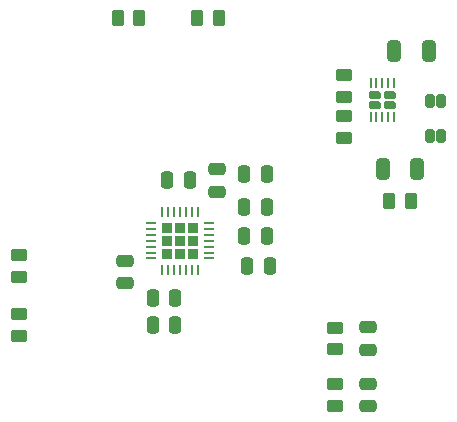
<source format=gbr>
%TF.GenerationSoftware,KiCad,Pcbnew,(6.0.7)*%
%TF.CreationDate,2022-09-01T00:20:10+02:00*%
%TF.ProjectId,ES9033_prototype,45533930-3333-45f7-9072-6f746f747970,rev?*%
%TF.SameCoordinates,Original*%
%TF.FileFunction,Paste,Top*%
%TF.FilePolarity,Positive*%
%FSLAX46Y46*%
G04 Gerber Fmt 4.6, Leading zero omitted, Abs format (unit mm)*
G04 Created by KiCad (PCBNEW (6.0.7)) date 2022-09-01 00:20:10*
%MOMM*%
%LPD*%
G01*
G04 APERTURE LIST*
G04 Aperture macros list*
%AMRoundRect*
0 Rectangle with rounded corners*
0 $1 Rounding radius*
0 $2 $3 $4 $5 $6 $7 $8 $9 X,Y pos of 4 corners*
0 Add a 4 corners polygon primitive as box body*
4,1,4,$2,$3,$4,$5,$6,$7,$8,$9,$2,$3,0*
0 Add four circle primitives for the rounded corners*
1,1,$1+$1,$2,$3*
1,1,$1+$1,$4,$5*
1,1,$1+$1,$6,$7*
1,1,$1+$1,$8,$9*
0 Add four rect primitives between the rounded corners*
20,1,$1+$1,$2,$3,$4,$5,0*
20,1,$1+$1,$4,$5,$6,$7,0*
20,1,$1+$1,$6,$7,$8,$9,0*
20,1,$1+$1,$8,$9,$2,$3,0*%
G04 Aperture macros list end*
%ADD10RoundRect,0.250000X-0.262500X-0.450000X0.262500X-0.450000X0.262500X0.450000X-0.262500X0.450000X0*%
%ADD11RoundRect,0.250000X0.450000X-0.262500X0.450000X0.262500X-0.450000X0.262500X-0.450000X-0.262500X0*%
%ADD12RoundRect,0.250000X0.262500X0.450000X-0.262500X0.450000X-0.262500X-0.450000X0.262500X-0.450000X0*%
%ADD13RoundRect,0.250000X0.250000X0.475000X-0.250000X0.475000X-0.250000X-0.475000X0.250000X-0.475000X0*%
%ADD14RoundRect,0.172500X-0.332500X0.172500X-0.332500X-0.172500X0.332500X-0.172500X0.332500X0.172500X0*%
%ADD15RoundRect,0.062500X-0.062500X0.350000X-0.062500X-0.350000X0.062500X-0.350000X0.062500X0.350000X0*%
%ADD16RoundRect,0.250000X-0.250000X-0.475000X0.250000X-0.475000X0.250000X0.475000X-0.250000X0.475000X0*%
%ADD17RoundRect,0.250000X-0.325000X-0.650000X0.325000X-0.650000X0.325000X0.650000X-0.325000X0.650000X0*%
%ADD18RoundRect,0.173913X-0.226087X0.401087X-0.226087X-0.401087X0.226087X-0.401087X0.226087X0.401087X0*%
%ADD19RoundRect,0.250000X-0.450000X0.262500X-0.450000X-0.262500X0.450000X-0.262500X0.450000X0.262500X0*%
%ADD20RoundRect,0.250000X-0.475000X0.250000X-0.475000X-0.250000X0.475000X-0.250000X0.475000X0.250000X0*%
%ADD21RoundRect,0.250000X0.475000X-0.250000X0.475000X0.250000X-0.475000X0.250000X-0.475000X-0.250000X0*%
%ADD22RoundRect,0.225000X0.225000X-0.225000X0.225000X0.225000X-0.225000X0.225000X-0.225000X-0.225000X0*%
%ADD23RoundRect,0.062500X0.062500X-0.337500X0.062500X0.337500X-0.062500X0.337500X-0.062500X-0.337500X0*%
%ADD24RoundRect,0.062500X0.337500X-0.062500X0.337500X0.062500X-0.337500X0.062500X-0.337500X-0.062500X0*%
G04 APERTURE END LIST*
D10*
%TO.C,R301*%
X78087500Y-66250000D03*
X79912500Y-66250000D03*
%TD*%
D11*
%TO.C,R302*%
X74250000Y-60912500D03*
X74250000Y-59087500D03*
%TD*%
%TO.C,R203*%
X46750000Y-72662500D03*
X46750000Y-70837500D03*
%TD*%
%TO.C,R204*%
X46750000Y-77662500D03*
X46750000Y-75837500D03*
%TD*%
%TO.C,R303*%
X74250000Y-57412500D03*
X74250000Y-55587500D03*
%TD*%
D12*
%TO.C,R205*%
X56912500Y-50750000D03*
X55087500Y-50750000D03*
%TD*%
D13*
%TO.C,C201*%
X59950000Y-76750000D03*
X58050000Y-76750000D03*
%TD*%
D14*
%TO.C,U301*%
X78125000Y-58125000D03*
X76875000Y-57275000D03*
X76875000Y-58125000D03*
X78125000Y-57275000D03*
D15*
X78500000Y-56237500D03*
X78000000Y-56237500D03*
X77500000Y-56237500D03*
X77000000Y-56237500D03*
X76500000Y-56237500D03*
X76500000Y-59162500D03*
X77000000Y-59162500D03*
X77500000Y-59162500D03*
X78000000Y-59162500D03*
X78500000Y-59162500D03*
%TD*%
D11*
%TO.C,R202*%
X73500000Y-78825000D03*
X73500000Y-77000000D03*
%TD*%
D16*
%TO.C,C208*%
X65800000Y-66750000D03*
X67700000Y-66750000D03*
%TD*%
%TO.C,C205*%
X65800000Y-69250000D03*
X67700000Y-69250000D03*
%TD*%
D17*
%TO.C,C302*%
X77525000Y-63525000D03*
X80475000Y-63525000D03*
%TD*%
D13*
%TO.C,C204*%
X59950000Y-74500000D03*
X58050000Y-74500000D03*
%TD*%
D18*
%TO.C,C303*%
X82500000Y-57800000D03*
X81500000Y-57800000D03*
X82500000Y-60750000D03*
X81500000Y-60750000D03*
%TD*%
D17*
%TO.C,C301*%
X78525000Y-53525000D03*
X81475000Y-53525000D03*
%TD*%
D16*
%TO.C,C202*%
X66050000Y-71750000D03*
X67950000Y-71750000D03*
%TD*%
D19*
%TO.C,R201*%
X73500000Y-81750000D03*
X73500000Y-83575000D03*
%TD*%
D16*
%TO.C,C203*%
X65800000Y-64000000D03*
X67700000Y-64000000D03*
%TD*%
D13*
%TO.C,C211*%
X59300000Y-64500000D03*
X61200000Y-64500000D03*
%TD*%
D20*
%TO.C,C206*%
X55750000Y-71300000D03*
X55750000Y-73200000D03*
%TD*%
D21*
%TO.C,C210*%
X76250000Y-78862500D03*
X76250000Y-76962500D03*
%TD*%
D10*
%TO.C,R206*%
X61837500Y-50750000D03*
X63662500Y-50750000D03*
%TD*%
D22*
%TO.C,U201*%
X61500000Y-68500000D03*
X60380000Y-68500000D03*
X59260000Y-70740000D03*
X59260000Y-69620000D03*
X60380000Y-69620000D03*
X61500000Y-70740000D03*
X59260000Y-68500000D03*
X60380000Y-70740000D03*
X61500000Y-69620000D03*
D23*
X58880000Y-72070000D03*
X59380000Y-72070000D03*
X59880000Y-72070000D03*
X60380000Y-72070000D03*
X60880000Y-72070000D03*
X61380000Y-72070000D03*
X61880000Y-72070000D03*
D24*
X62830000Y-71120000D03*
X62830000Y-70620000D03*
X62830000Y-70120000D03*
X62830000Y-69620000D03*
X62830000Y-69120000D03*
X62830000Y-68620000D03*
X62830000Y-68120000D03*
D23*
X61880000Y-67170000D03*
X61380000Y-67170000D03*
X60880000Y-67170000D03*
X60380000Y-67170000D03*
X59880000Y-67170000D03*
X59380000Y-67170000D03*
X58880000Y-67170000D03*
D24*
X57930000Y-68120000D03*
X57930000Y-68620000D03*
X57930000Y-69120000D03*
X57930000Y-69620000D03*
X57930000Y-70120000D03*
X57930000Y-70620000D03*
X57930000Y-71120000D03*
%TD*%
D21*
%TO.C,C207*%
X63500000Y-65450000D03*
X63500000Y-63550000D03*
%TD*%
D20*
%TO.C,C209*%
X76250000Y-81712500D03*
X76250000Y-83612500D03*
%TD*%
M02*

</source>
